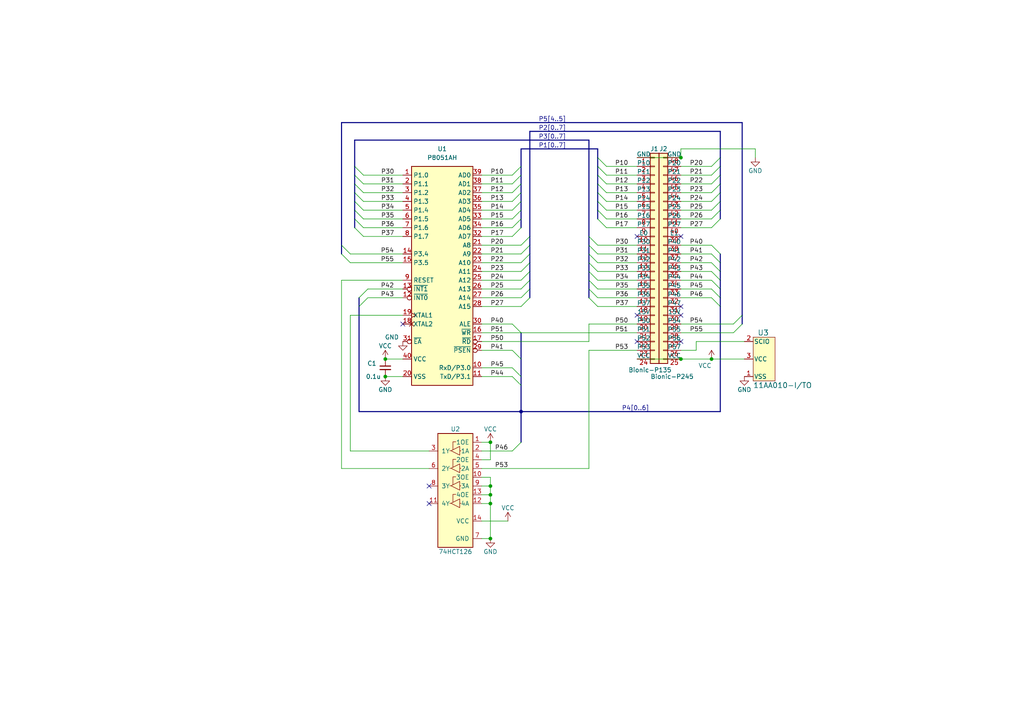
<source format=kicad_sch>
(kicad_sch (version 20230121) (generator eeschema)
  (paper "A4")
  (title_block (title "BionicP8051") (date "2022-01-18") (rev "1") (company "Tadashi G. Takaoka"))
  (lib_symbols
    (symbol "0-LocalLibrary:11AA010-I_TO" (pin_names (offset 0.254))
      (property "Reference" "U" (at 2.54 1.27 0))
      (property "Value" "11AA010-I/TO" (at 3.81 -13.97 0))
      (symbol "11AA010-I_TO_1_1"
        (rectangle (start 0 0) (end 6.35 -12.7) (fill (type background)))
        (pin power_in line (at -2.54 -11.43 0) (length 2.54) (name "VSS") (number "1"))
        (pin bidirectional line (at -2.54 -1.27 0) (length 2.54) (name "SCIO") (number "2"))
        (pin power_in line (at -2.54 -6.35 0) (length 2.54) (name "VCC") (number "3"))
      )
    )
    (symbol "0-LocalLibrary:74HCT126" (pin_names (offset 1.016))
      (property "Reference" "U" (at 0 16.51 0))
      (property "Value" "74HCT126" (at 0 -19.05 0))
      (symbol "74HCT126_0_1"
        (polyline (pts (xy -1.2954 10.2108) (xy -1.6002 10.2108)))
        (polyline (pts (xy 1.2954 10.2362) (xy 1.651 10.2362)))
        (polyline (pts (xy 0.7112 10.5664) (xy 0.7112 12.827) (xy -0.127 12.827) (xy -0.1016 12.827)))
      )
      (symbol "74HCT126_1_0"
        (polyline (pts (xy 1.27 10.2362) (xy -1.27 11.5062) (xy -1.27 8.9662) (xy 1.27 10.2362)) (stroke (width 0.1524)))
        (pin input line (at -7.62 12.7 0) (length 2.54) (name "1OE") (number "1"))
        (pin input line (at -7.62 2.54 0) (length 2.54) (name "3OE") (number "10"))
        (pin tri_state line (at 7.62 -5.08 180) (length 2.54) (name "4Y") (number "11"))
        (pin input line (at -7.62 -5.08 0) (length 2.54) (name "4A") (number "12"))
        (pin input line (at -7.62 -2.54 0) (length 2.54) (name "4OE") (number "13"))
        (pin power_in line (at -7.62 -10.16 0) (length 2.54) (name "VCC") (number "14"))
        (pin input line (at -7.62 10.16 0) (length 2.54) (name "1A") (number "2"))
        (pin tri_state line (at 7.62 10.16 180) (length 2.54) (name "1Y") (number "3"))
        (pin input line (at -7.62 7.62 0) (length 2.54) (name "2OE") (number "4"))
        (pin input line (at -7.62 5.08 0) (length 2.54) (name "2A") (number "5"))
        (pin tri_state line (at 7.62 5.08 180) (length 2.54) (name "2Y") (number "6"))
        (pin power_in line (at -7.62 -15.24 0) (length 2.54) (name "GND") (number "7"))
        (pin tri_state line (at 7.62 0 180) (length 2.54) (name "3Y") (number "8"))
        (pin input line (at -7.62 0 0) (length 2.54) (name "3A") (number "9"))
      )
      (symbol "74HCT126_1_1"
        (rectangle (start -5.08 15.24) (end 5.08 -17.78) (stroke (width 0.254)) (fill (type background)))
        (polyline (pts (xy -1.2954 -5.0292) (xy -1.6002 -5.0292)))
        (polyline (pts (xy -1.2954 0.0508) (xy -1.6002 0.0508)))
        (polyline (pts (xy -1.2954 5.1308) (xy -1.6002 5.1308)))
        (polyline (pts (xy 1.2954 -5.0038) (xy 1.651 -5.0038)))
        (polyline (pts (xy 1.2954 0.0762) (xy 1.651 0.0762)))
        (polyline (pts (xy 1.2954 5.1562) (xy 1.651 5.1562)))
        (polyline (pts (xy 0.7112 -4.6736) (xy 0.7112 -2.413) (xy -0.127 -2.413) (xy -0.1016 -2.413)))
        (polyline (pts (xy 0.7112 0.4064) (xy 0.7112 2.667) (xy -0.127 2.667) (xy -0.1016 2.667)))
        (polyline (pts (xy 0.7112 5.4864) (xy 0.7112 7.747) (xy -0.127 7.747) (xy -0.1016 7.747)))
        (polyline (pts (xy 1.27 -5.0038) (xy -1.27 -3.7338) (xy -1.27 -6.2738) (xy 1.27 -5.0038)) (stroke (width 0.1524)))
        (polyline (pts (xy 1.27 0.0762) (xy -1.27 1.3462) (xy -1.27 -1.1938) (xy 1.27 0.0762)) (stroke (width 0.1524)))
        (polyline (pts (xy 1.27 5.1562) (xy -1.27 6.4262) (xy -1.27 3.8862) (xy 1.27 5.1562)) (stroke (width 0.1524)))
      )
    )
    (symbol "0-LocalLibrary:Bionic-P135" (pin_names (offset 0))
      (property "Reference" "J" (at 0 30.48 0))
      (property "Value" "Bionic-P135" (at -1.27 -33.02 0))
      (symbol "Bionic-P135_1_1"
        (rectangle (start -1.27 -30.353) (end 0 -30.607) (stroke (width 0.1524)))
        (rectangle (start -1.27 -27.813) (end 0 -28.067) (stroke (width 0.1524)))
        (rectangle (start -1.27 -25.273) (end 0 -25.527) (stroke (width 0.1524)))
        (rectangle (start -1.27 -22.733) (end 0 -22.987) (stroke (width 0.1524)))
        (rectangle (start -1.27 -20.193) (end 0 -20.447) (stroke (width 0.1524)))
        (rectangle (start -1.27 -17.653) (end 0 -17.907) (stroke (width 0.1524)))
        (rectangle (start -1.27 -15.113) (end 0 -15.367) (stroke (width 0.1524)))
        (rectangle (start -1.27 -12.573) (end 0 -12.827) (stroke (width 0.1524)))
        (rectangle (start -1.27 -10.033) (end 0 -10.287) (stroke (width 0.1524)))
        (rectangle (start -1.27 -7.493) (end 0 -7.747) (stroke (width 0.1524)))
        (rectangle (start -1.27 -4.953) (end 0 -5.207) (stroke (width 0.1524)))
        (rectangle (start -1.27 -2.413) (end 0 -2.667) (stroke (width 0.1524)))
        (rectangle (start -1.27 0.127) (end 0 -0.127) (stroke (width 0.1524)))
        (rectangle (start -1.27 2.667) (end 0 2.413) (stroke (width 0.1524)))
        (rectangle (start -1.27 5.207) (end 0 4.953) (stroke (width 0.1524)))
        (rectangle (start -1.27 7.747) (end 0 7.493) (stroke (width 0.1524)))
        (rectangle (start -1.27 10.287) (end 0 10.033) (stroke (width 0.1524)))
        (rectangle (start -1.27 12.827) (end 0 12.573) (stroke (width 0.1524)))
        (rectangle (start -1.27 15.367) (end 0 15.113) (stroke (width 0.1524)))
        (rectangle (start -1.27 17.907) (end 0 17.653) (stroke (width 0.1524)))
        (rectangle (start -1.27 20.447) (end 0 20.193) (stroke (width 0.1524)))
        (rectangle (start -1.27 22.987) (end 0 22.733) (stroke (width 0.1524)))
        (rectangle (start -1.27 25.527) (end 0 25.273) (stroke (width 0.1524)))
        (rectangle (start -1.27 28.067) (end 0 27.813) (stroke (width 0.1524)))
        (rectangle (start -1.27 29.21) (end 1.27 -31.75) (stroke (width 0.254)) (fill (type background)))
        (pin power_out line (at -5.08 27.94 0) (length 3.81) (name "GND") (number "1"))
        (pin bidirectional line (at -5.08 5.08 0) (length 3.81) (name "E0") (number "10"))
        (pin bidirectional line (at -5.08 2.54 0) (length 3.81) (name "P30") (number "11"))
        (pin bidirectional line (at -5.08 0 0) (length 3.81) (name "P31") (number "12"))
        (pin bidirectional line (at -5.08 -2.54 0) (length 3.81) (name "P32") (number "13"))
        (pin bidirectional line (at -5.08 -5.08 0) (length 3.81) (name "P33") (number "14"))
        (pin bidirectional line (at -5.08 -7.62 0) (length 3.81) (name "P34") (number "15"))
        (pin bidirectional line (at -5.08 -10.16 0) (length 3.81) (name "P35") (number "16"))
        (pin bidirectional line (at -5.08 -12.7 0) (length 3.81) (name "P36") (number "17"))
        (pin bidirectional line (at -5.08 -15.24 0) (length 3.81) (name "P37") (number "18"))
        (pin power_out line (at -5.08 -17.78 0) (length 3.81) (name "15V") (number "19"))
        (pin bidirectional line (at -5.08 25.4 0) (length 3.81) (name "P10") (number "2"))
        (pin bidirectional line (at -5.08 -20.32 0) (length 3.81) (name "P50") (number "20"))
        (pin bidirectional line (at -5.08 -22.86 0) (length 3.81) (name "P51") (number "21"))
        (pin bidirectional line (at -5.08 -25.4 0) (length 3.81) (name "P52") (number "22"))
        (pin bidirectional line (at -5.08 -27.94 0) (length 3.81) (name "P53") (number "23"))
        (pin power_out line (at -5.08 -30.48 0) (length 3.81) (name "VCC") (number "24"))
        (pin bidirectional line (at -5.08 22.86 0) (length 3.81) (name "P11") (number "3"))
        (pin bidirectional line (at -5.08 20.32 0) (length 3.81) (name "P12") (number "4"))
        (pin bidirectional line (at -5.08 17.78 0) (length 3.81) (name "P13") (number "5"))
        (pin bidirectional line (at -5.08 15.24 0) (length 3.81) (name "P14") (number "6"))
        (pin bidirectional line (at -5.08 12.7 0) (length 3.81) (name "P15") (number "7"))
        (pin bidirectional line (at -5.08 10.16 0) (length 3.81) (name "P16") (number "8"))
        (pin bidirectional line (at -5.08 7.62 0) (length 3.81) (name "P17") (number "9"))
      )
    )
    (symbol "0-LocalLibrary:Bionic-P245" (pin_names (offset 0))
      (property "Reference" "J" (at -3.81 30.48 0))
      (property "Value" "Bionic-P245" (at -1.27 -33.02 0))
      (symbol "Bionic-P245_1_1"
        (rectangle (start -5.08 -31.75) (end -2.54 29.21) (stroke (width 0.254)) (fill (type background)))
        (rectangle (start -3.81 -30.607) (end -2.54 -30.353) (stroke (width 0.1524)))
        (rectangle (start -3.81 -28.067) (end -2.54 -27.813) (stroke (width 0.1524)))
        (rectangle (start -3.81 -25.527) (end -2.54 -25.273) (stroke (width 0.1524)))
        (rectangle (start -3.81 -22.987) (end -2.54 -22.733) (stroke (width 0.1524)))
        (rectangle (start -3.81 -20.447) (end -2.54 -20.193) (stroke (width 0.1524)))
        (rectangle (start -3.81 -17.907) (end -2.54 -17.653) (stroke (width 0.1524)))
        (rectangle (start -3.81 -15.367) (end -2.54 -15.113) (stroke (width 0.1524)))
        (rectangle (start -3.81 -12.827) (end -2.54 -12.573) (stroke (width 0.1524)))
        (rectangle (start -3.81 -10.287) (end -2.54 -10.033) (stroke (width 0.1524)))
        (rectangle (start -3.81 -7.747) (end -2.54 -7.493) (stroke (width 0.1524)))
        (rectangle (start -3.81 -5.207) (end -2.54 -4.953) (stroke (width 0.1524)))
        (rectangle (start -3.81 -2.667) (end -2.54 -2.413) (stroke (width 0.1524)))
        (rectangle (start -3.81 -0.127) (end -2.54 0.127) (stroke (width 0.1524)))
        (rectangle (start -3.81 2.413) (end -2.54 2.667) (stroke (width 0.1524)))
        (rectangle (start -3.81 4.953) (end -2.54 5.207) (stroke (width 0.1524)))
        (rectangle (start -3.81 7.493) (end -2.54 7.747) (stroke (width 0.1524)))
        (rectangle (start -3.81 10.033) (end -2.54 10.287) (stroke (width 0.1524)))
        (rectangle (start -3.81 12.573) (end -2.54 12.827) (stroke (width 0.1524)))
        (rectangle (start -3.81 15.113) (end -2.54 15.367) (stroke (width 0.1524)))
        (rectangle (start -3.81 17.653) (end -2.54 17.907) (stroke (width 0.1524)))
        (rectangle (start -3.81 20.193) (end -2.54 20.447) (stroke (width 0.1524)))
        (rectangle (start -3.81 22.733) (end -2.54 22.987) (stroke (width 0.1524)))
        (rectangle (start -3.81 25.273) (end -2.54 25.527) (stroke (width 0.1524)))
        (rectangle (start -3.81 27.813) (end -2.54 28.067) (stroke (width 0.1524)))
        (pin power_in line (at 1.27 -30.48 180) (length 3.81) (name "VCC") (number "25"))
        (pin bidirectional line (at 1.27 -27.94 180) (length 3.81) (name "P57") (number "26"))
        (pin bidirectional line (at 1.27 -25.4 180) (length 3.81) (name "P56") (number "27"))
        (pin bidirectional line (at 1.27 -22.86 180) (length 3.81) (name "P55") (number "28"))
        (pin bidirectional line (at 1.27 -20.32 180) (length 3.81) (name "P54") (number "29"))
        (pin power_in line (at 1.27 -17.78 180) (length 3.81) (name "15V") (number "30"))
        (pin bidirectional line (at 1.27 -15.24 180) (length 3.81) (name "P47") (number "31"))
        (pin bidirectional line (at 1.27 -12.7 180) (length 3.81) (name "P46") (number "32"))
        (pin bidirectional line (at 1.27 -10.16 180) (length 3.81) (name "P45") (number "33"))
        (pin bidirectional line (at 1.27 -7.62 180) (length 3.81) (name "P44") (number "34"))
        (pin bidirectional line (at 1.27 -5.08 180) (length 3.81) (name "P43") (number "35"))
        (pin bidirectional line (at 1.27 -2.54 180) (length 3.81) (name "P42") (number "36"))
        (pin bidirectional line (at 1.27 0 180) (length 3.81) (name "P41") (number "37"))
        (pin bidirectional line (at 1.27 2.54 180) (length 3.81) (name "P40") (number "38"))
        (pin bidirectional line (at 1.27 5.08 180) (length 3.81) (name "E1") (number "39"))
        (pin bidirectional line (at 1.27 7.62 180) (length 3.81) (name "P27") (number "40"))
        (pin bidirectional line (at 1.27 10.16 180) (length 3.81) (name "P26") (number "41"))
        (pin bidirectional line (at 1.27 12.7 180) (length 3.81) (name "P25") (number "42"))
        (pin bidirectional line (at 1.27 15.24 180) (length 3.81) (name "P24") (number "43"))
        (pin bidirectional line (at 1.27 17.78 180) (length 3.81) (name "P23") (number "44"))
        (pin bidirectional line (at 1.27 20.32 180) (length 3.81) (name "P22") (number "45"))
        (pin bidirectional line (at 1.27 22.86 180) (length 3.81) (name "P21") (number "46"))
        (pin bidirectional line (at 1.27 25.4 180) (length 3.81) (name "P20") (number "47"))
        (pin power_in line (at 1.27 27.94 180) (length 3.81) (name "GND") (number "48"))
      )
    )
    (symbol "0-LocalLibrary:P8051AH"
      (property "Reference" "U" (at -1.27 31.75 0))
      (property "Value" "P8051AH" (at 0 -3.81 90))
      (symbol "P8051AH_0_1"
        (rectangle (start -8.89 -33.02) (end 8.89 30.48) (stroke (width 0.254)) (fill (type background)))
      )
      (symbol "P8051AH_1_1"
        (pin bidirectional line (at -11.43 27.94 0) (length 2.54) (name "P1.0") (number "1"))
        (pin input line (at 11.43 -27.94 180) (length 2.54) (name "RxD/P3.0") (number "10"))
        (pin output line (at 11.43 -30.48 180) (length 2.54) (name "TxD/P3.1") (number "11"))
        (pin input inverted (at -11.43 -7.62 0) (length 2.54) (name "~{INT0}") (number "12"))
        (pin input inverted (at -11.43 -5.08 0) (length 2.54) (name "~{INT1}") (number "13"))
        (pin bidirectional line (at -11.43 5.08 0) (length 2.54) (name "P3.4") (number "14"))
        (pin bidirectional line (at -11.43 2.54 0) (length 2.54) (name "P3.5") (number "15"))
        (pin output line (at 11.43 -17.78 180) (length 2.54) (name "~{WR}") (number "16"))
        (pin output inverted (at 11.43 -20.32 180) (length 2.54) (name "~{RD}") (number "17"))
        (pin input non_logic (at -11.43 -15.24 0) (length 2.54) (name "XTAL2") (number "18"))
        (pin input clock (at -11.43 -12.7 0) (length 2.54) (name "XTAL1") (number "19"))
        (pin bidirectional line (at -11.43 25.4 0) (length 2.54) (name "P1.1") (number "2"))
        (pin power_in line (at -11.43 -30.48 0) (length 2.54) (name "VSS") (number "20"))
        (pin output line (at 11.43 7.62 180) (length 2.54) (name "A8") (number "21"))
        (pin output line (at 11.43 5.08 180) (length 2.54) (name "A9") (number "22"))
        (pin output line (at 11.43 2.54 180) (length 2.54) (name "A10") (number "23"))
        (pin output line (at 11.43 0 180) (length 2.54) (name "A11") (number "24"))
        (pin output line (at 11.43 -2.54 180) (length 2.54) (name "A12") (number "25"))
        (pin output line (at 11.43 -5.08 180) (length 2.54) (name "A13") (number "26"))
        (pin output line (at 11.43 -7.62 180) (length 2.54) (name "A14") (number "27"))
        (pin output line (at 11.43 -10.16 180) (length 2.54) (name "A15") (number "28"))
        (pin output inverted (at 11.43 -22.86 180) (length 2.54) (name "~{PSEN}") (number "29"))
        (pin bidirectional line (at -11.43 22.86 0) (length 2.54) (name "P1.2") (number "3"))
        (pin output line (at 11.43 -15.24 180) (length 2.54) (name "ALE") (number "30"))
        (pin input inverted (at -11.43 -20.32 0) (length 2.54) (name "~{EA}") (number "31"))
        (pin bidirectional line (at 11.43 10.16 180) (length 2.54) (name "AD7") (number "32"))
        (pin bidirectional line (at 11.43 15.24 180) (length 2.54) (name "AD5") (number "33"))
        (pin bidirectional line (at 11.43 12.7 180) (length 2.54) (name "AD6") (number "34"))
        (pin bidirectional line (at 11.43 17.78 180) (length 2.54) (name "AD4") (number "35"))
        (pin bidirectional line (at 11.43 20.32 180) (length 2.54) (name "AD3") (number "36"))
        (pin bidirectional line (at 11.43 22.86 180) (length 2.54) (name "AD2") (number "37"))
        (pin bidirectional line (at 11.43 25.4 180) (length 2.54) (name "AD1") (number "38"))
        (pin bidirectional line (at 11.43 27.94 180) (length 2.54) (name "AD0") (number "39"))
        (pin bidirectional line (at -11.43 20.32 0) (length 2.54) (name "P1.3") (number "4"))
        (pin power_in line (at -11.43 -25.4 0) (length 2.54) (name "VCC") (number "40"))
        (pin bidirectional line (at -11.43 17.78 0) (length 2.54) (name "P1.4") (number "5"))
        (pin bidirectional line (at -11.43 15.24 0) (length 2.54) (name "P1.5") (number "6"))
        (pin bidirectional line (at -11.43 12.7 0) (length 2.54) (name "P1.6") (number "7"))
        (pin bidirectional line (at -11.43 10.16 0) (length 2.54) (name "P1.7") (number "8"))
        (pin input line (at -11.43 -2.54 0) (length 2.54) (name "RESET") (number "9"))
      )
    )
    (symbol "Device:C_Small" (pin_numbers hide) (pin_names (offset 0.254) hide)
      (property "Reference" "C" (at 0.254 1.778 0))
      (property "Value" "C_Small" (at 0.254 -2.032 0))
      (symbol "C_Small_0_1"
        (polyline (pts (xy -1.524 -0.508) (xy 1.524 -0.508)) (stroke (width 0.3302)))
        (polyline (pts (xy -1.524 0.508) (xy 1.524 0.508)) (stroke (width 0.3048)))
      )
      (symbol "C_Small_1_1"
        (pin passive line (at 0 2.54 270) (length 2.032) (name "~") (number "1"))
        (pin passive line (at 0 -2.54 90) (length 2.032) (name "~") (number "2"))
      )
    )
    (symbol "power:GND" (power) (pin_names (offset 0))
      (property "Value" "GND" (at 0 -3.81 0))
      (symbol "GND_0_1"
        (polyline (pts (xy 0 0) (xy 0 -1.27) (xy 1.27 -1.27) (xy 0 -2.54) (xy -1.27 -1.27) (xy 0 -1.27)))
      )
      (symbol "GND_1_1"
        (pin power_in line (at 0 0 270) (length 0) hide (name "GND") (number "1"))
      )
    )
    (symbol "power:VCC" (power) (pin_names (offset 0))
      (property "Value" "VCC" (at 0 3.81 0))
      (symbol "VCC_0_1"
        (polyline (pts (xy -0.762 1.27) (xy 0 2.54)))
        (polyline (pts (xy 0 0) (xy 0 2.54)))
        (polyline (pts (xy 0 2.54) (xy 0.762 1.27)))
      )
      (symbol "VCC_1_1"
        (pin power_in line (at 0 0 90) (length 0) hide (name "VCC") (number "1"))
      )
    )
  )
  (junction (at 142.24 146.05))
  (junction (at 111.76 109.22))
  (junction (at 142.24 156.21))
  (junction (at 111.76 104.14))
  (junction (at 197.485 104.14))
  (junction (at 142.24 140.97))
  (junction (at 151.13 119.38))
  (junction (at 206.375 104.14))
  (junction (at 197.485 45.72))
  (junction (at 142.24 128.27))
  (junction (at 142.24 143.51))
  (no_connect (at 197.485 99.06))
  (no_connect (at 184.785 68.58))
  (no_connect (at 124.46 140.97))
  (no_connect (at 184.785 91.44))
  (no_connect (at 116.84 93.98))
  (no_connect (at 197.485 88.9))
  (no_connect (at 197.485 91.44))
  (no_connect (at 197.485 68.58))
  (no_connect (at 184.785 99.06))
  (no_connect (at 124.46 146.05))
  (bus_entry (at 170.815 83.82) (size 2.54 2.54))
  (bus_entry (at 175.895 50.8) (size -2.54 -2.54))
  (bus_entry (at 153.67 81.28) (size -2.54 2.54))
  (bus_entry (at 148.59 60.96) (size 2.54 -2.54))
  (bus_entry (at 175.895 48.26) (size -2.54 -2.54))
  (bus_entry (at 102.87 55.88) (size 2.54 2.54))
  (bus_entry (at 208.915 45.72) (size -2.54 2.54))
  (bus_entry (at 106.68 86.36) (size -2.54 2.54))
  (bus_entry (at 215.265 91.44) (size -2.54 2.54))
  (bus_entry (at 153.67 76.2) (size -2.54 2.54))
  (bus_entry (at 206.375 81.28) (size 2.54 2.54))
  (bus_entry (at 175.895 53.34) (size -2.54 -2.54))
  (bus_entry (at 102.87 53.34) (size 2.54 2.54))
  (bus_entry (at 102.87 48.26) (size 2.54 2.54))
  (bus_entry (at 148.59 58.42) (size 2.54 -2.54))
  (bus_entry (at 153.67 73.66) (size -2.54 2.54))
  (bus_entry (at 208.915 50.8) (size -2.54 2.54))
  (bus_entry (at 206.375 76.2) (size 2.54 2.54))
  (bus_entry (at 175.895 66.04) (size -2.54 -2.54))
  (bus_entry (at 148.59 50.8) (size 2.54 -2.54))
  (bus_entry (at 208.915 55.88) (size -2.54 2.54))
  (bus_entry (at 153.67 78.74) (size -2.54 2.54))
  (bus_entry (at 206.375 78.74) (size 2.54 2.54))
  (bus_entry (at 170.815 73.66) (size 2.54 2.54))
  (bus_entry (at 148.59 53.34) (size 2.54 -2.54))
  (bus_entry (at 148.59 106.68) (size 2.54 2.54))
  (bus_entry (at 153.67 83.82) (size -2.54 2.54))
  (bus_entry (at 148.59 55.88) (size 2.54 -2.54))
  (bus_entry (at 102.87 63.5) (size 2.54 2.54))
  (bus_entry (at 148.59 101.6) (size 2.54 2.54))
  (bus_entry (at 102.87 60.96) (size 2.54 2.54))
  (bus_entry (at 148.59 66.04) (size 2.54 -2.54))
  (bus_entry (at 148.59 63.5) (size 2.54 -2.54))
  (bus_entry (at 208.915 63.5) (size -2.54 2.54))
  (bus_entry (at 148.59 68.58) (size 2.54 -2.54))
  (bus_entry (at 148.59 109.22) (size 2.54 2.54))
  (bus_entry (at 206.375 86.36) (size 2.54 2.54))
  (bus_entry (at 170.815 86.36) (size 2.54 2.54))
  (bus_entry (at 153.67 86.36) (size -2.54 2.54))
  (bus_entry (at 206.375 71.12) (size 2.54 2.54))
  (bus_entry (at 208.915 53.34) (size -2.54 2.54))
  (bus_entry (at 175.895 60.96) (size -2.54 -2.54))
  (bus_entry (at 151.13 128.27) (size -2.54 2.54))
  (bus_entry (at 208.915 58.42) (size -2.54 2.54))
  (bus_entry (at 151.13 96.52) (size -2.54 -2.54))
  (bus_entry (at 153.67 71.12) (size -2.54 2.54))
  (bus_entry (at 206.375 73.66) (size 2.54 2.54))
  (bus_entry (at 99.06 71.12) (size 2.54 2.54))
  (bus_entry (at 175.895 55.88) (size -2.54 -2.54))
  (bus_entry (at 208.915 48.26) (size -2.54 2.54))
  (bus_entry (at 102.87 58.42) (size 2.54 2.54))
  (bus_entry (at 170.815 76.2) (size 2.54 2.54))
  (bus_entry (at 170.815 71.12) (size 2.54 2.54))
  (bus_entry (at 153.67 68.58) (size -2.54 2.54))
  (bus_entry (at 102.87 50.8) (size 2.54 2.54))
  (bus_entry (at 106.68 83.82) (size -2.54 2.54))
  (bus_entry (at 170.815 78.74) (size 2.54 2.54))
  (bus_entry (at 175.895 58.42) (size -2.54 -2.54))
  (bus_entry (at 170.815 81.28) (size 2.54 2.54))
  (bus_entry (at 99.06 73.66) (size 2.54 2.54))
  (bus_entry (at 208.915 60.96) (size -2.54 2.54))
  (bus_entry (at 170.815 68.58) (size 2.54 2.54))
  (bus_entry (at 206.375 83.82) (size 2.54 2.54))
  (bus_entry (at 175.895 63.5) (size -2.54 -2.54))
  (bus_entry (at 102.87 66.04) (size 2.54 2.54))
  (bus_entry (at 215.265 93.98) (size -2.54 2.54))
  (bus (pts (xy 102.87 63.5) (xy 102.87 66.04)))
  (wire (pts (xy 197.485 81.28) (xy 206.375 81.28)))
  (wire (pts (xy 111.76 109.22) (xy 116.84 109.22)))
  (bus (pts (xy 153.67 71.12) (xy 153.67 73.66)))
  (bus (pts (xy 208.915 58.42) (xy 208.915 60.96)))
  (wire (pts (xy 105.41 63.5) (xy 116.84 63.5)))
  (wire (pts (xy 197.485 78.74) (xy 206.375 78.74)))
  (wire (pts (xy 105.41 68.58) (xy 116.84 68.58)))
  (bus (pts (xy 208.915 55.88) (xy 208.915 58.42)))
  (bus (pts (xy 151.13 43.18) (xy 151.13 48.26)))
  (wire (pts (xy 170.815 99.06) (xy 170.815 93.98)))
  (bus (pts (xy 151.13 50.8) (xy 151.13 53.34)))
  (bus (pts (xy 215.265 93.98) (xy 215.265 91.44)))
  (wire (pts (xy 184.785 50.8) (xy 175.895 50.8)))
  (wire (pts (xy 197.485 58.42) (xy 206.375 58.42)))
  (bus (pts (xy 151.13 60.96) (xy 151.13 63.5)))
  (wire (pts (xy 184.785 53.34) (xy 175.895 53.34)))
  (wire (pts (xy 105.41 53.34) (xy 116.84 53.34)))
  (wire (pts (xy 139.7 101.6) (xy 148.59 101.6)))
  (bus (pts (xy 151.13 43.18) (xy 173.355 43.18)))
  (wire (pts (xy 139.7 73.66) (xy 151.13 73.66)))
  (wire (pts (xy 148.59 106.68) (xy 139.7 106.68)))
  (wire (pts (xy 139.7 78.74) (xy 151.13 78.74)))
  (wire (pts (xy 116.84 76.2) (xy 101.6 76.2)))
  (wire (pts (xy 101.6 130.81) (xy 101.6 91.44)))
  (bus (pts (xy 102.87 60.96) (xy 102.87 63.5)))
  (bus (pts (xy 208.915 119.38) (xy 151.13 119.38)))
  (bus (pts (xy 170.815 78.74) (xy 170.815 76.2)))
  (wire (pts (xy 111.76 104.14) (xy 116.84 104.14)))
  (bus (pts (xy 208.915 38.1) (xy 208.915 45.72)))
  (wire (pts (xy 197.485 53.34) (xy 206.375 53.34)))
  (wire (pts (xy 139.7 93.98) (xy 148.59 93.98)))
  (wire (pts (xy 173.355 78.74) (xy 184.785 78.74)))
  (wire (pts (xy 170.815 93.98) (xy 184.785 93.98)))
  (wire (pts (xy 197.485 83.82) (xy 206.375 83.82)))
  (bus (pts (xy 208.915 50.8) (xy 208.915 53.34)))
  (wire (pts (xy 184.785 45.72) (xy 197.485 45.72)))
  (bus (pts (xy 151.13 119.38) (xy 104.14 119.38)))
  (bus (pts (xy 208.915 60.96) (xy 208.915 63.5)))
  (wire (pts (xy 142.24 138.43) (xy 139.7 138.43)))
  (bus (pts (xy 173.355 58.42) (xy 173.355 60.96)))
  (wire (pts (xy 197.485 104.14) (xy 206.375 104.14)))
  (wire (pts (xy 139.7 66.04) (xy 148.59 66.04)))
  (bus (pts (xy 153.67 68.58) (xy 153.67 71.12)))
  (wire (pts (xy 142.24 143.51) (xy 142.24 146.05)))
  (wire (pts (xy 139.7 133.35) (xy 142.24 133.35)))
  (wire (pts (xy 116.84 83.82) (xy 106.68 83.82)))
  (bus (pts (xy 208.915 88.9) (xy 208.915 119.38)))
  (wire (pts (xy 173.355 83.82) (xy 184.785 83.82)))
  (wire (pts (xy 139.7 135.89) (xy 170.815 135.89)))
  (bus (pts (xy 102.87 40.64) (xy 102.87 48.26)))
  (bus (pts (xy 151.13 58.42) (xy 151.13 60.96)))
  (wire (pts (xy 139.7 71.12) (xy 151.13 71.12)))
  (wire (pts (xy 197.485 93.98) (xy 212.725 93.98)))
  (wire (pts (xy 197.485 96.52) (xy 212.725 96.52)))
  (bus (pts (xy 173.355 43.18) (xy 173.355 45.72)))
  (wire (pts (xy 139.7 81.28) (xy 151.13 81.28)))
  (wire (pts (xy 105.41 50.8) (xy 116.84 50.8)))
  (wire (pts (xy 206.375 73.66) (xy 197.485 73.66)))
  (bus (pts (xy 104.14 86.36) (xy 104.14 88.9)))
  (bus (pts (xy 153.67 83.82) (xy 153.67 86.36)))
  (bus (pts (xy 170.815 40.64) (xy 102.87 40.64)))
  (wire (pts (xy 184.785 55.88) (xy 175.895 55.88)))
  (bus (pts (xy 170.815 86.36) (xy 170.815 83.82)))
  (wire (pts (xy 184.785 63.5) (xy 175.895 63.5)))
  (wire (pts (xy 197.485 50.8) (xy 206.375 50.8)))
  (wire (pts (xy 173.355 73.66) (xy 184.785 73.66)))
  (bus (pts (xy 170.815 81.28) (xy 170.815 78.74)))
  (wire (pts (xy 139.7 143.51) (xy 142.24 143.51)))
  (wire (pts (xy 139.7 99.06) (xy 170.815 99.06)))
  (wire (pts (xy 197.485 43.18) (xy 197.485 45.72)))
  (wire (pts (xy 184.785 66.04) (xy 175.895 66.04)))
  (wire (pts (xy 184.785 60.96) (xy 175.895 60.96)))
  (wire (pts (xy 139.7 146.05) (xy 142.24 146.05)))
  (wire (pts (xy 197.485 71.12) (xy 206.375 71.12)))
  (wire (pts (xy 142.24 140.97) (xy 142.24 138.43)))
  (bus (pts (xy 208.915 53.34) (xy 208.915 55.88)))
  (wire (pts (xy 139.7 96.52) (xy 151.13 96.52)))
  (wire (pts (xy 173.355 76.2) (xy 184.785 76.2)))
  (bus (pts (xy 173.355 53.34) (xy 173.355 55.88)))
  (wire (pts (xy 139.7 156.21) (xy 142.24 156.21)))
  (wire (pts (xy 139.7 60.96) (xy 148.59 60.96)))
  (bus (pts (xy 208.915 86.36) (xy 208.915 88.9)))
  (bus (pts (xy 151.13 53.34) (xy 151.13 55.88)))
  (bus (pts (xy 170.815 71.12) (xy 170.815 68.58)))
  (wire (pts (xy 139.7 86.36) (xy 151.13 86.36)))
  (wire (pts (xy 116.84 86.36) (xy 106.68 86.36)))
  (bus (pts (xy 173.355 60.96) (xy 173.355 63.5)))
  (wire (pts (xy 105.41 66.04) (xy 116.84 66.04)))
  (wire (pts (xy 197.485 60.96) (xy 206.375 60.96)))
  (bus (pts (xy 102.87 55.88) (xy 102.87 58.42)))
  (bus (pts (xy 99.06 71.12) (xy 99.06 73.66)))
  (wire (pts (xy 139.7 88.9) (xy 151.13 88.9)))
  (wire (pts (xy 139.7 76.2) (xy 151.13 76.2)))
  (bus (pts (xy 102.87 48.26) (xy 102.87 50.8)))
  (wire (pts (xy 105.41 55.88) (xy 116.84 55.88)))
  (wire (pts (xy 139.7 53.34) (xy 148.59 53.34)))
  (wire (pts (xy 139.7 151.13) (xy 147.32 151.13)))
  (wire (pts (xy 105.41 60.96) (xy 116.84 60.96)))
  (bus (pts (xy 153.67 78.74) (xy 153.67 81.28)))
  (bus (pts (xy 170.815 73.66) (xy 170.815 71.12)))
  (bus (pts (xy 208.915 38.1) (xy 153.67 38.1)))
  (wire (pts (xy 170.815 101.6) (xy 184.785 101.6)))
  (bus (pts (xy 208.915 48.26) (xy 208.915 50.8)))
  (wire (pts (xy 201.93 101.6) (xy 201.93 99.06)))
  (wire (pts (xy 197.485 43.18) (xy 219.075 43.18)))
  (bus (pts (xy 208.915 81.28) (xy 208.915 83.82)))
  (bus (pts (xy 99.06 35.56) (xy 99.06 71.12)))
  (bus (pts (xy 208.915 45.72) (xy 208.915 48.26)))
  (wire (pts (xy 139.7 130.81) (xy 148.59 130.81)))
  (bus (pts (xy 151.13 119.38) (xy 151.13 128.27)))
  (wire (pts (xy 99.06 81.28) (xy 116.84 81.28)))
  (bus (pts (xy 104.14 88.9) (xy 104.14 119.38)))
  (wire (pts (xy 142.24 146.05) (xy 142.24 156.21)))
  (bus (pts (xy 151.13 63.5) (xy 151.13 66.04)))
  (wire (pts (xy 99.06 135.89) (xy 124.46 135.89)))
  (bus (pts (xy 153.67 73.66) (xy 153.67 76.2)))
  (wire (pts (xy 197.485 48.26) (xy 206.375 48.26)))
  (wire (pts (xy 139.7 55.88) (xy 148.59 55.88)))
  (bus (pts (xy 102.87 50.8) (xy 102.87 53.34)))
  (bus (pts (xy 215.265 35.56) (xy 215.265 91.44)))
  (wire (pts (xy 151.13 96.52) (xy 184.785 96.52)))
  (bus (pts (xy 170.815 83.82) (xy 170.815 81.28)))
  (bus (pts (xy 151.13 96.52) (xy 151.13 104.14)))
  (bus (pts (xy 102.87 58.42) (xy 102.87 60.96)))
  (wire (pts (xy 139.7 128.27) (xy 142.24 128.27)))
  (bus (pts (xy 151.13 48.26) (xy 151.13 50.8)))
  (bus (pts (xy 151.13 111.76) (xy 151.13 119.38)))
  (wire (pts (xy 142.24 128.27) (xy 142.24 133.35)))
  (bus (pts (xy 153.67 38.1) (xy 153.67 68.58)))
  (bus (pts (xy 170.815 68.58) (xy 170.815 40.64)))
  (wire (pts (xy 201.93 99.06) (xy 215.9 99.06)))
  (bus (pts (xy 173.355 50.8) (xy 173.355 53.34)))
  (bus (pts (xy 153.67 81.28) (xy 153.67 83.82)))
  (bus (pts (xy 208.915 78.74) (xy 208.915 81.28)))
  (bus (pts (xy 153.67 76.2) (xy 153.67 78.74)))
  (bus (pts (xy 173.355 45.72) (xy 173.355 48.26)))
  (bus (pts (xy 99.06 35.56) (xy 215.265 35.56)))
  (wire (pts (xy 206.375 104.14) (xy 215.9 104.14)))
  (wire (pts (xy 139.7 83.82) (xy 151.13 83.82)))
  (wire (pts (xy 142.24 140.97) (xy 142.24 143.51)))
  (wire (pts (xy 105.41 58.42) (xy 116.84 58.42)))
  (bus (pts (xy 208.915 73.66) (xy 208.915 76.2)))
  (wire (pts (xy 184.785 58.42) (xy 175.895 58.42)))
  (bus (pts (xy 151.13 55.88) (xy 151.13 58.42)))
  (wire (pts (xy 99.06 81.28) (xy 99.06 135.89)))
  (wire (pts (xy 197.485 66.04) (xy 206.375 66.04)))
  (wire (pts (xy 197.485 55.88) (xy 206.375 55.88)))
  (wire (pts (xy 170.815 101.6) (xy 170.815 135.89)))
  (wire (pts (xy 139.7 63.5) (xy 148.59 63.5)))
  (wire (pts (xy 173.355 86.36) (xy 184.785 86.36)))
  (wire (pts (xy 184.785 104.14) (xy 197.485 104.14)))
  (bus (pts (xy 170.815 76.2) (xy 170.815 73.66)))
  (wire (pts (xy 173.355 81.28) (xy 184.785 81.28)))
  (wire (pts (xy 139.7 68.58) (xy 148.59 68.58)))
  (wire (pts (xy 139.7 50.8) (xy 148.59 50.8)))
  (wire (pts (xy 139.7 58.42) (xy 148.59 58.42)))
  (bus (pts (xy 173.355 55.88) (xy 173.355 58.42)))
  (bus (pts (xy 208.915 76.2) (xy 208.915 78.74)))
  (bus (pts (xy 102.87 53.34) (xy 102.87 55.88)))
  (bus (pts (xy 208.915 83.82) (xy 208.915 86.36)))
  (wire (pts (xy 197.485 63.5) (xy 206.375 63.5)))
  (wire (pts (xy 173.355 71.12) (xy 184.785 71.12)))
  (wire (pts (xy 173.355 88.9) (xy 184.785 88.9)))
  (wire (pts (xy 139.7 140.97) (xy 142.24 140.97)))
  (wire (pts (xy 197.485 86.36) (xy 206.375 86.36)))
  (wire (pts (xy 184.785 48.26) (xy 175.895 48.26)))
  (wire (pts (xy 197.485 101.6) (xy 201.93 101.6)))
  (wire (pts (xy 139.7 109.22) (xy 148.59 109.22)))
  (wire (pts (xy 124.46 130.81) (xy 101.6 130.81)))
  (wire (pts (xy 116.84 73.66) (xy 101.6 73.66)))
  (wire (pts (xy 101.6 91.44) (xy 116.84 91.44)))
  (bus (pts (xy 151.13 104.14) (xy 151.13 109.22)))
  (bus (pts (xy 173.355 48.26) (xy 173.355 50.8)))
  (bus (pts (xy 151.13 109.22) (xy 151.13 111.76)))
  (wire (pts (xy 219.075 43.18) (xy 219.075 45.72)))
  (wire (pts (xy 197.485 76.2) (xy 206.375 76.2)))
  (label "P16" (at 142.24 66.04 0))
  (label "P46" (at 143.51 130.81 0))
  (label "P4[0..6]" (at 180.34 119.38 0))
  (label "P50" (at 182.245 93.98 180))
  (label "P54" (at 200.025 93.98 0))
  (label "P55" (at 200.025 96.52 0))
  (label "P10" (at 182.245 48.26 180))
  (label "P46" (at 200.025 86.36 0))
  (label "P31" (at 110.49 53.34 0))
  (label "P53" (at 143.51 135.89 0))
  (label "P11" (at 142.24 53.34 0))
  (label "P51" (at 182.245 96.52 180))
  (label "P45" (at 200.025 83.82 0))
  (label "P5[4..5]" (at 156.21 35.56 0))
  (label "P2[0..7]" (at 156.21 38.1 0))
  (label "P15" (at 182.245 60.96 180))
  (label "P27" (at 200.025 66.04 0))
  (label "P44" (at 142.24 109.22 0))
  (label "P32" (at 178.435 76.2 0))
  (label "P43" (at 114.3 86.36 180))
  (label "P33" (at 178.435 78.74 0))
  (label "P14" (at 142.24 60.96 0))
  (label "P43" (at 200.025 78.74 0))
  (label "P45" (at 142.24 106.68 0))
  (label "P33" (at 110.49 58.42 0))
  (label "P16" (at 182.245 63.5 180))
  (label "P22" (at 200.025 53.34 0))
  (label "P32" (at 110.49 55.88 0))
  (label "P27" (at 142.24 88.9 0))
  (label "P55" (at 114.3 76.2 180))
  (label "P10" (at 142.24 50.8 0))
  (label "P13" (at 142.24 58.42 0))
  (label "P34" (at 178.435 81.28 0))
  (label "P51" (at 142.24 96.52 0))
  (label "P26" (at 142.24 86.36 0))
  (label "P12" (at 182.245 53.34 180))
  (label "P40" (at 200.025 71.12 0))
  (label "P1[0..7]" (at 156.21 43.18 0))
  (label "P30" (at 178.435 71.12 0))
  (label "P25" (at 142.24 83.82 0))
  (label "P22" (at 142.24 76.2 0))
  (label "P17" (at 182.245 66.04 180))
  (label "P23" (at 142.24 78.74 0))
  (label "P25" (at 200.025 60.96 0))
  (label "P37" (at 110.49 68.58 0))
  (label "P34" (at 110.49 60.96 0))
  (label "P15" (at 142.24 63.5 0))
  (label "P37" (at 178.435 88.9 0))
  (label "P36" (at 110.49 66.04 0))
  (label "P44" (at 200.025 81.28 0))
  (label "P23" (at 200.025 55.88 0))
  (label "P31" (at 178.435 73.66 0))
  (label "P42" (at 114.3 83.82 180))
  (label "P53" (at 182.245 101.6 180))
  (label "P42" (at 200.025 76.2 0))
  (label "P17" (at 142.24 68.58 0))
  (label "P26" (at 200.025 63.5 0))
  (label "P41" (at 142.24 101.6 0))
  (label "P12" (at 142.24 55.88 0))
  (label "P24" (at 142.24 81.28 0))
  (label "P11" (at 182.245 50.8 180))
  (label "P14" (at 182.245 58.42 180))
  (label "P35" (at 178.435 83.82 0))
  (label "P3[0..7]" (at 156.21 40.64 0))
  (label "P20" (at 200.025 48.26 0))
  (label "P30" (at 110.49 50.8 0))
  (label "P54" (at 114.3 73.66 180))
  (label "P35" (at 110.49 63.5 0))
  (label "P20" (at 142.24 71.12 0))
  (label "P21" (at 142.24 73.66 0))
  (label "P36" (at 178.435 86.36 0))
  (label "P40" (at 142.24 93.98 0))
  (label "P41" (at 200.025 73.66 0))
  (label "P21" (at 200.025 50.8 0))
  (label "P50" (at 142.24 99.06 0))
  (label "P24" (at 200.025 58.42 0))
  (label "P13" (at 182.245 55.88 180))
  (symbol (lib_id "Device:C_Small") (at 111.76 106.68 0) (mirror y) (unit 1)
    (property "Reference" "C1" (at 109.22 105.41 0) (effects (justify left)))
    (property "Value" "0.1u" (at 110.49 109.22 0) (effects (justify left)))
    (property "Footprint" "Capacitor_THT:C_Disc_D3.4mm_W2.1mm_P2.50mm" (effects hide))
  )
  (symbol (lib_id "0-LocalLibrary:74HCT126") (at 132.08 140.97 0) (mirror y) (unit 1)
    (property "Reference" "U2" (at 132.08 124.46 0))
    (property "Value" "74HCT126" (at 132.08 160.02 0))
    (property "Footprint" "Package_DIP:DIP-14_W7.62mm" (effects hide))
    (property "Datasheet" "https://www.ti.com/lit/ds/symlink/cd74hct126.pdf" (effects hide))
  )
  (symbol (lib_id "power:VCC") (at 142.24 128.27 0) (unit 1)
    (property "Reference" "#PWR06" (effects hide))
    (property "Value" "VCC" (at 142.24 124.46 0))
  )
  (symbol (lib_id "power:VCC") (at 111.76 104.14 0) (unit 1)
    (property "Reference" "#PWR05" (effects hide))
    (property "Value" "VCC" (at 111.76 100.33 0))
  )
  (symbol (lib_id "0-LocalLibrary:Bionic-P135") (at 189.865 73.66 0) (unit 1)
    (property "Reference" "J1" (at 188.595 43.18 0) (effects (justify left)))
    (property "Value" "Bionic-P135" (at 182.245 107.315 0) (effects (justify left)))
    (property "Footprint" "connector:Bionic-P135_Vertical" (effects hide))
  )
  (symbol (lib_id "0-LocalLibrary:P8051AH") (at 128.27 78.74 0) (unit 1)
    (property "Reference" "U1" (at 128.27 43.18 0))
    (property "Value" "P8051AH" (at 128.27 45.72 0))
    (property "Footprint" "Package_DIP:DIP-40_W15.24mm" (effects hide))
    (property "Datasheet" "https://datasheetspdf.com/pdf-file/496810/AMD/P8051/1" (effects hide))
  )
  (symbol (lib_id "power:GND") (at 215.9 109.22 0) (unit 1)
    (property "Reference" "#PWR09" (effects hide))
    (property "Value" "GND" (at 215.9 113.03 0))
  )
  (symbol (lib_id "power:GND") (at 116.84 99.06 0) (unit 1)
    (property "Reference" "#PWR08" (effects hide))
    (property "Value" "GND" (at 113.665 97.79 0))
  )
  (symbol (lib_id "power:GND") (at 142.24 156.21 0) (unit 1)
    (property "Reference" "#PWR02" (effects hide))
    (property "Value" "GND" (at 142.24 160.02 0))
  )
  (symbol (lib_id "power:VCC") (at 206.375 104.14 0) (unit 1)
    (property "Reference" "#PWR04" (effects hide))
    (property "Value" "VCC" (at 204.47 106.045 0))
  )
  (symbol (lib_id "0-LocalLibrary:11AA010-I_TO") (at 218.44 97.79 0) (unit 1)
    (property "Reference" "U3" (at 219.71 96.52 0) (effects (font (size 1.524 1.524)) (justify left)))
    (property "Value" "11AA010-I/TO" (at 218.44 111.76 0) (effects (font (size 1.524 1.524)) (justify left)))
    (property "Footprint" "TO-92_MC_MCH" (effects hide))
    (property "Datasheet" "11AA010-I/TO" (effects hide))
  )
  (symbol (lib_id "power:GND") (at 219.075 45.72 0) (unit 1)
    (property "Reference" "#PWR01" (effects hide))
    (property "Value" "GND" (at 219.075 49.53 0))
  )
  (symbol (lib_id "power:GND") (at 111.76 109.22 0) (unit 1)
    (property "Reference" "#PWR03" (effects hide))
    (property "Value" "GND" (at 111.76 113.03 0))
  )
  (symbol (lib_id "0-LocalLibrary:Bionic-P245") (at 196.215 73.66 0) (unit 1)
    (property "Reference" "J2" (at 192.405 43.18 0))
    (property "Value" "Bionic-P245" (at 194.945 109.22 0))
    (property "Footprint" "connector:Bionic-P245_Vertical" (effects hide))
  )
  (symbol (lib_id "power:VCC") (at 147.32 151.13 0) (unit 1)
    (property "Reference" "#PWR07" (effects hide))
    (property "Value" "VCC" (at 147.32 147.32 0))
  )
)
</source>
